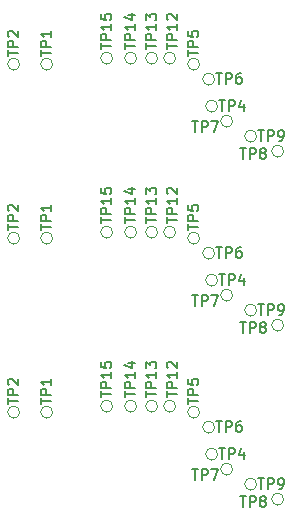
<source format=gbr>
G04 #@! TF.GenerationSoftware,KiCad,Pcbnew,(5.1.7)-1*
G04 #@! TF.CreationDate,2020-12-05T21:57:18-08:00*
G04 #@! TF.ProjectId,DellAdapter_3.1_PanelX3,44656c6c-4164-4617-9074-65725f332e31,rev?*
G04 #@! TF.SameCoordinates,Original*
G04 #@! TF.FileFunction,Legend,Top*
G04 #@! TF.FilePolarity,Positive*
%FSLAX46Y46*%
G04 Gerber Fmt 4.6, Leading zero omitted, Abs format (unit mm)*
G04 Created by KiCad (PCBNEW (5.1.7)-1) date 2020-12-05 21:57:18*
%MOMM*%
%LPD*%
G01*
G04 APERTURE LIST*
%ADD10C,0.120000*%
%ADD11C,0.127000*%
G04 APERTURE END LIST*
D10*
X169164000Y-107188000D02*
G75*
G03*
X169164000Y-107188000I-508000J0D01*
G01*
X167386000Y-107188000D02*
G75*
G03*
X167386000Y-107188000I-508000J0D01*
G01*
X172720000Y-107696000D02*
G75*
G03*
X172720000Y-107696000I-508000J0D01*
G01*
X160274000Y-107696000D02*
G75*
G03*
X160274000Y-107696000I-508000J0D01*
G01*
X179832000Y-115062000D02*
G75*
G03*
X179832000Y-115062000I-508000J0D01*
G01*
X173990000Y-108966000D02*
G75*
G03*
X173990000Y-108966000I-508000J0D01*
G01*
X170688000Y-107188000D02*
G75*
G03*
X170688000Y-107188000I-508000J0D01*
G01*
X177546000Y-113792000D02*
G75*
G03*
X177546000Y-113792000I-508000J0D01*
G01*
X157480000Y-107696000D02*
G75*
G03*
X157480000Y-107696000I-508000J0D01*
G01*
X175514000Y-112522000D02*
G75*
G03*
X175514000Y-112522000I-508000J0D01*
G01*
X165354000Y-107188000D02*
G75*
G03*
X165354000Y-107188000I-508000J0D01*
G01*
X174244000Y-111252000D02*
G75*
G03*
X174244000Y-111252000I-508000J0D01*
G01*
X169164000Y-92456000D02*
G75*
G03*
X169164000Y-92456000I-508000J0D01*
G01*
X165354000Y-92456000D02*
G75*
G03*
X165354000Y-92456000I-508000J0D01*
G01*
X167386000Y-92456000D02*
G75*
G03*
X167386000Y-92456000I-508000J0D01*
G01*
X172720000Y-92964000D02*
G75*
G03*
X172720000Y-92964000I-508000J0D01*
G01*
X160274000Y-92964000D02*
G75*
G03*
X160274000Y-92964000I-508000J0D01*
G01*
X177546000Y-99060000D02*
G75*
G03*
X177546000Y-99060000I-508000J0D01*
G01*
X174244000Y-96520000D02*
G75*
G03*
X174244000Y-96520000I-508000J0D01*
G01*
X157480000Y-92964000D02*
G75*
G03*
X157480000Y-92964000I-508000J0D01*
G01*
X179832000Y-100330000D02*
G75*
G03*
X179832000Y-100330000I-508000J0D01*
G01*
X175514000Y-97790000D02*
G75*
G03*
X175514000Y-97790000I-508000J0D01*
G01*
X173990000Y-94234000D02*
G75*
G03*
X173990000Y-94234000I-508000J0D01*
G01*
X170688000Y-92456000D02*
G75*
G03*
X170688000Y-92456000I-508000J0D01*
G01*
X160274000Y-78232000D02*
G75*
G03*
X160274000Y-78232000I-508000J0D01*
G01*
X157480000Y-78232000D02*
G75*
G03*
X157480000Y-78232000I-508000J0D01*
G01*
X174244000Y-81788000D02*
G75*
G03*
X174244000Y-81788000I-508000J0D01*
G01*
X172720000Y-78232000D02*
G75*
G03*
X172720000Y-78232000I-508000J0D01*
G01*
X173990000Y-79502000D02*
G75*
G03*
X173990000Y-79502000I-508000J0D01*
G01*
X175514000Y-83058000D02*
G75*
G03*
X175514000Y-83058000I-508000J0D01*
G01*
X179832000Y-85598000D02*
G75*
G03*
X179832000Y-85598000I-508000J0D01*
G01*
X177546000Y-84328000D02*
G75*
G03*
X177546000Y-84328000I-508000J0D01*
G01*
X170688000Y-77724000D02*
G75*
G03*
X170688000Y-77724000I-508000J0D01*
G01*
X169164000Y-77724000D02*
G75*
G03*
X169164000Y-77724000I-508000J0D01*
G01*
X167386000Y-77724000D02*
G75*
G03*
X167386000Y-77724000I-508000J0D01*
G01*
X165354000Y-77724000D02*
G75*
G03*
X165354000Y-77724000I-508000J0D01*
G01*
D11*
X168169166Y-106447166D02*
X168169166Y-105939166D01*
X169058166Y-106193166D02*
X168169166Y-106193166D01*
X169058166Y-105642833D02*
X168169166Y-105642833D01*
X168169166Y-105304166D01*
X168211500Y-105219500D01*
X168253833Y-105177166D01*
X168338500Y-105134833D01*
X168465500Y-105134833D01*
X168550166Y-105177166D01*
X168592500Y-105219500D01*
X168634833Y-105304166D01*
X168634833Y-105642833D01*
X169058166Y-104288166D02*
X169058166Y-104796166D01*
X169058166Y-104542166D02*
X168169166Y-104542166D01*
X168296166Y-104626833D01*
X168380833Y-104711500D01*
X168423166Y-104796166D01*
X168169166Y-103991833D02*
X168169166Y-103441500D01*
X168507833Y-103737833D01*
X168507833Y-103610833D01*
X168550166Y-103526166D01*
X168592500Y-103483833D01*
X168677166Y-103441500D01*
X168888833Y-103441500D01*
X168973500Y-103483833D01*
X169015833Y-103526166D01*
X169058166Y-103610833D01*
X169058166Y-103864833D01*
X169015833Y-103949500D01*
X168973500Y-103991833D01*
X166391166Y-106447166D02*
X166391166Y-105939166D01*
X167280166Y-106193166D02*
X166391166Y-106193166D01*
X167280166Y-105642833D02*
X166391166Y-105642833D01*
X166391166Y-105304166D01*
X166433500Y-105219500D01*
X166475833Y-105177166D01*
X166560500Y-105134833D01*
X166687500Y-105134833D01*
X166772166Y-105177166D01*
X166814500Y-105219500D01*
X166856833Y-105304166D01*
X166856833Y-105642833D01*
X167280166Y-104288166D02*
X167280166Y-104796166D01*
X167280166Y-104542166D02*
X166391166Y-104542166D01*
X166518166Y-104626833D01*
X166602833Y-104711500D01*
X166645166Y-104796166D01*
X166687500Y-103526166D02*
X167280166Y-103526166D01*
X166348833Y-103737833D02*
X166983833Y-103949500D01*
X166983833Y-103399166D01*
X171725166Y-107039833D02*
X171725166Y-106531833D01*
X172614166Y-106785833D02*
X171725166Y-106785833D01*
X172614166Y-106235500D02*
X171725166Y-106235500D01*
X171725166Y-105896833D01*
X171767500Y-105812166D01*
X171809833Y-105769833D01*
X171894500Y-105727500D01*
X172021500Y-105727500D01*
X172106166Y-105769833D01*
X172148500Y-105812166D01*
X172190833Y-105896833D01*
X172190833Y-106235500D01*
X171725166Y-104923166D02*
X171725166Y-105346500D01*
X172148500Y-105388833D01*
X172106166Y-105346500D01*
X172063833Y-105261833D01*
X172063833Y-105050166D01*
X172106166Y-104965500D01*
X172148500Y-104923166D01*
X172233166Y-104880833D01*
X172444833Y-104880833D01*
X172529500Y-104923166D01*
X172571833Y-104965500D01*
X172614166Y-105050166D01*
X172614166Y-105261833D01*
X172571833Y-105346500D01*
X172529500Y-105388833D01*
X159279166Y-107039833D02*
X159279166Y-106531833D01*
X160168166Y-106785833D02*
X159279166Y-106785833D01*
X160168166Y-106235500D02*
X159279166Y-106235500D01*
X159279166Y-105896833D01*
X159321500Y-105812166D01*
X159363833Y-105769833D01*
X159448500Y-105727500D01*
X159575500Y-105727500D01*
X159660166Y-105769833D01*
X159702500Y-105812166D01*
X159744833Y-105896833D01*
X159744833Y-106235500D01*
X160168166Y-104880833D02*
X160168166Y-105388833D01*
X160168166Y-105134833D02*
X159279166Y-105134833D01*
X159406166Y-105219500D01*
X159490833Y-105304166D01*
X159533166Y-105388833D01*
X176170166Y-114829166D02*
X176678166Y-114829166D01*
X176424166Y-115718166D02*
X176424166Y-114829166D01*
X176974500Y-115718166D02*
X176974500Y-114829166D01*
X177313166Y-114829166D01*
X177397833Y-114871500D01*
X177440166Y-114913833D01*
X177482500Y-114998500D01*
X177482500Y-115125500D01*
X177440166Y-115210166D01*
X177397833Y-115252500D01*
X177313166Y-115294833D01*
X176974500Y-115294833D01*
X177990500Y-115210166D02*
X177905833Y-115167833D01*
X177863500Y-115125500D01*
X177821166Y-115040833D01*
X177821166Y-114998500D01*
X177863500Y-114913833D01*
X177905833Y-114871500D01*
X177990500Y-114829166D01*
X178159833Y-114829166D01*
X178244500Y-114871500D01*
X178286833Y-114913833D01*
X178329166Y-114998500D01*
X178329166Y-115040833D01*
X178286833Y-115125500D01*
X178244500Y-115167833D01*
X178159833Y-115210166D01*
X177990500Y-115210166D01*
X177905833Y-115252500D01*
X177863500Y-115294833D01*
X177821166Y-115379500D01*
X177821166Y-115548833D01*
X177863500Y-115633500D01*
X177905833Y-115675833D01*
X177990500Y-115718166D01*
X178159833Y-115718166D01*
X178244500Y-115675833D01*
X178286833Y-115633500D01*
X178329166Y-115548833D01*
X178329166Y-115379500D01*
X178286833Y-115294833D01*
X178244500Y-115252500D01*
X178159833Y-115210166D01*
X174138166Y-108479166D02*
X174646166Y-108479166D01*
X174392166Y-109368166D02*
X174392166Y-108479166D01*
X174942500Y-109368166D02*
X174942500Y-108479166D01*
X175281166Y-108479166D01*
X175365833Y-108521500D01*
X175408166Y-108563833D01*
X175450500Y-108648500D01*
X175450500Y-108775500D01*
X175408166Y-108860166D01*
X175365833Y-108902500D01*
X175281166Y-108944833D01*
X174942500Y-108944833D01*
X176212500Y-108479166D02*
X176043166Y-108479166D01*
X175958500Y-108521500D01*
X175916166Y-108563833D01*
X175831500Y-108690833D01*
X175789166Y-108860166D01*
X175789166Y-109198833D01*
X175831500Y-109283500D01*
X175873833Y-109325833D01*
X175958500Y-109368166D01*
X176127833Y-109368166D01*
X176212500Y-109325833D01*
X176254833Y-109283500D01*
X176297166Y-109198833D01*
X176297166Y-108987166D01*
X176254833Y-108902500D01*
X176212500Y-108860166D01*
X176127833Y-108817833D01*
X175958500Y-108817833D01*
X175873833Y-108860166D01*
X175831500Y-108902500D01*
X175789166Y-108987166D01*
X169947166Y-106447166D02*
X169947166Y-105939166D01*
X170836166Y-106193166D02*
X169947166Y-106193166D01*
X170836166Y-105642833D02*
X169947166Y-105642833D01*
X169947166Y-105304166D01*
X169989500Y-105219500D01*
X170031833Y-105177166D01*
X170116500Y-105134833D01*
X170243500Y-105134833D01*
X170328166Y-105177166D01*
X170370500Y-105219500D01*
X170412833Y-105304166D01*
X170412833Y-105642833D01*
X170836166Y-104288166D02*
X170836166Y-104796166D01*
X170836166Y-104542166D02*
X169947166Y-104542166D01*
X170074166Y-104626833D01*
X170158833Y-104711500D01*
X170201166Y-104796166D01*
X170031833Y-103949500D02*
X169989500Y-103907166D01*
X169947166Y-103822500D01*
X169947166Y-103610833D01*
X169989500Y-103526166D01*
X170031833Y-103483833D01*
X170116500Y-103441500D01*
X170201166Y-103441500D01*
X170328166Y-103483833D01*
X170836166Y-103991833D01*
X170836166Y-103441500D01*
X177694166Y-113305166D02*
X178202166Y-113305166D01*
X177948166Y-114194166D02*
X177948166Y-113305166D01*
X178498500Y-114194166D02*
X178498500Y-113305166D01*
X178837166Y-113305166D01*
X178921833Y-113347500D01*
X178964166Y-113389833D01*
X179006500Y-113474500D01*
X179006500Y-113601500D01*
X178964166Y-113686166D01*
X178921833Y-113728500D01*
X178837166Y-113770833D01*
X178498500Y-113770833D01*
X179429833Y-114194166D02*
X179599166Y-114194166D01*
X179683833Y-114151833D01*
X179726166Y-114109500D01*
X179810833Y-113982500D01*
X179853166Y-113813166D01*
X179853166Y-113474500D01*
X179810833Y-113389833D01*
X179768500Y-113347500D01*
X179683833Y-113305166D01*
X179514500Y-113305166D01*
X179429833Y-113347500D01*
X179387500Y-113389833D01*
X179345166Y-113474500D01*
X179345166Y-113686166D01*
X179387500Y-113770833D01*
X179429833Y-113813166D01*
X179514500Y-113855500D01*
X179683833Y-113855500D01*
X179768500Y-113813166D01*
X179810833Y-113770833D01*
X179853166Y-113686166D01*
X156485166Y-107039833D02*
X156485166Y-106531833D01*
X157374166Y-106785833D02*
X156485166Y-106785833D01*
X157374166Y-106235500D02*
X156485166Y-106235500D01*
X156485166Y-105896833D01*
X156527500Y-105812166D01*
X156569833Y-105769833D01*
X156654500Y-105727500D01*
X156781500Y-105727500D01*
X156866166Y-105769833D01*
X156908500Y-105812166D01*
X156950833Y-105896833D01*
X156950833Y-106235500D01*
X156569833Y-105388833D02*
X156527500Y-105346500D01*
X156485166Y-105261833D01*
X156485166Y-105050166D01*
X156527500Y-104965500D01*
X156569833Y-104923166D01*
X156654500Y-104880833D01*
X156739166Y-104880833D01*
X156866166Y-104923166D01*
X157374166Y-105431166D01*
X157374166Y-104880833D01*
X172106166Y-112543166D02*
X172614166Y-112543166D01*
X172360166Y-113432166D02*
X172360166Y-112543166D01*
X172910500Y-113432166D02*
X172910500Y-112543166D01*
X173249166Y-112543166D01*
X173333833Y-112585500D01*
X173376166Y-112627833D01*
X173418500Y-112712500D01*
X173418500Y-112839500D01*
X173376166Y-112924166D01*
X173333833Y-112966500D01*
X173249166Y-113008833D01*
X172910500Y-113008833D01*
X173714833Y-112543166D02*
X174307500Y-112543166D01*
X173926500Y-113432166D01*
X164359166Y-106447166D02*
X164359166Y-105939166D01*
X165248166Y-106193166D02*
X164359166Y-106193166D01*
X165248166Y-105642833D02*
X164359166Y-105642833D01*
X164359166Y-105304166D01*
X164401500Y-105219500D01*
X164443833Y-105177166D01*
X164528500Y-105134833D01*
X164655500Y-105134833D01*
X164740166Y-105177166D01*
X164782500Y-105219500D01*
X164824833Y-105304166D01*
X164824833Y-105642833D01*
X165248166Y-104288166D02*
X165248166Y-104796166D01*
X165248166Y-104542166D02*
X164359166Y-104542166D01*
X164486166Y-104626833D01*
X164570833Y-104711500D01*
X164613166Y-104796166D01*
X164359166Y-103483833D02*
X164359166Y-103907166D01*
X164782500Y-103949500D01*
X164740166Y-103907166D01*
X164697833Y-103822500D01*
X164697833Y-103610833D01*
X164740166Y-103526166D01*
X164782500Y-103483833D01*
X164867166Y-103441500D01*
X165078833Y-103441500D01*
X165163500Y-103483833D01*
X165205833Y-103526166D01*
X165248166Y-103610833D01*
X165248166Y-103822500D01*
X165205833Y-103907166D01*
X165163500Y-103949500D01*
X174392166Y-110765166D02*
X174900166Y-110765166D01*
X174646166Y-111654166D02*
X174646166Y-110765166D01*
X175196500Y-111654166D02*
X175196500Y-110765166D01*
X175535166Y-110765166D01*
X175619833Y-110807500D01*
X175662166Y-110849833D01*
X175704500Y-110934500D01*
X175704500Y-111061500D01*
X175662166Y-111146166D01*
X175619833Y-111188500D01*
X175535166Y-111230833D01*
X175196500Y-111230833D01*
X176466500Y-111061500D02*
X176466500Y-111654166D01*
X176254833Y-110722833D02*
X176043166Y-111357833D01*
X176593500Y-111357833D01*
X168169166Y-91715166D02*
X168169166Y-91207166D01*
X169058166Y-91461166D02*
X168169166Y-91461166D01*
X169058166Y-90910833D02*
X168169166Y-90910833D01*
X168169166Y-90572166D01*
X168211500Y-90487500D01*
X168253833Y-90445166D01*
X168338500Y-90402833D01*
X168465500Y-90402833D01*
X168550166Y-90445166D01*
X168592500Y-90487500D01*
X168634833Y-90572166D01*
X168634833Y-90910833D01*
X169058166Y-89556166D02*
X169058166Y-90064166D01*
X169058166Y-89810166D02*
X168169166Y-89810166D01*
X168296166Y-89894833D01*
X168380833Y-89979500D01*
X168423166Y-90064166D01*
X168169166Y-89259833D02*
X168169166Y-88709500D01*
X168507833Y-89005833D01*
X168507833Y-88878833D01*
X168550166Y-88794166D01*
X168592500Y-88751833D01*
X168677166Y-88709500D01*
X168888833Y-88709500D01*
X168973500Y-88751833D01*
X169015833Y-88794166D01*
X169058166Y-88878833D01*
X169058166Y-89132833D01*
X169015833Y-89217500D01*
X168973500Y-89259833D01*
X164359166Y-91715166D02*
X164359166Y-91207166D01*
X165248166Y-91461166D02*
X164359166Y-91461166D01*
X165248166Y-90910833D02*
X164359166Y-90910833D01*
X164359166Y-90572166D01*
X164401500Y-90487500D01*
X164443833Y-90445166D01*
X164528500Y-90402833D01*
X164655500Y-90402833D01*
X164740166Y-90445166D01*
X164782500Y-90487500D01*
X164824833Y-90572166D01*
X164824833Y-90910833D01*
X165248166Y-89556166D02*
X165248166Y-90064166D01*
X165248166Y-89810166D02*
X164359166Y-89810166D01*
X164486166Y-89894833D01*
X164570833Y-89979500D01*
X164613166Y-90064166D01*
X164359166Y-88751833D02*
X164359166Y-89175166D01*
X164782500Y-89217500D01*
X164740166Y-89175166D01*
X164697833Y-89090500D01*
X164697833Y-88878833D01*
X164740166Y-88794166D01*
X164782500Y-88751833D01*
X164867166Y-88709500D01*
X165078833Y-88709500D01*
X165163500Y-88751833D01*
X165205833Y-88794166D01*
X165248166Y-88878833D01*
X165248166Y-89090500D01*
X165205833Y-89175166D01*
X165163500Y-89217500D01*
X166391166Y-91715166D02*
X166391166Y-91207166D01*
X167280166Y-91461166D02*
X166391166Y-91461166D01*
X167280166Y-90910833D02*
X166391166Y-90910833D01*
X166391166Y-90572166D01*
X166433500Y-90487500D01*
X166475833Y-90445166D01*
X166560500Y-90402833D01*
X166687500Y-90402833D01*
X166772166Y-90445166D01*
X166814500Y-90487500D01*
X166856833Y-90572166D01*
X166856833Y-90910833D01*
X167280166Y-89556166D02*
X167280166Y-90064166D01*
X167280166Y-89810166D02*
X166391166Y-89810166D01*
X166518166Y-89894833D01*
X166602833Y-89979500D01*
X166645166Y-90064166D01*
X166687500Y-88794166D02*
X167280166Y-88794166D01*
X166348833Y-89005833D02*
X166983833Y-89217500D01*
X166983833Y-88667166D01*
X171725166Y-92307833D02*
X171725166Y-91799833D01*
X172614166Y-92053833D02*
X171725166Y-92053833D01*
X172614166Y-91503500D02*
X171725166Y-91503500D01*
X171725166Y-91164833D01*
X171767500Y-91080166D01*
X171809833Y-91037833D01*
X171894500Y-90995500D01*
X172021500Y-90995500D01*
X172106166Y-91037833D01*
X172148500Y-91080166D01*
X172190833Y-91164833D01*
X172190833Y-91503500D01*
X171725166Y-90191166D02*
X171725166Y-90614500D01*
X172148500Y-90656833D01*
X172106166Y-90614500D01*
X172063833Y-90529833D01*
X172063833Y-90318166D01*
X172106166Y-90233500D01*
X172148500Y-90191166D01*
X172233166Y-90148833D01*
X172444833Y-90148833D01*
X172529500Y-90191166D01*
X172571833Y-90233500D01*
X172614166Y-90318166D01*
X172614166Y-90529833D01*
X172571833Y-90614500D01*
X172529500Y-90656833D01*
X159279166Y-92307833D02*
X159279166Y-91799833D01*
X160168166Y-92053833D02*
X159279166Y-92053833D01*
X160168166Y-91503500D02*
X159279166Y-91503500D01*
X159279166Y-91164833D01*
X159321500Y-91080166D01*
X159363833Y-91037833D01*
X159448500Y-90995500D01*
X159575500Y-90995500D01*
X159660166Y-91037833D01*
X159702500Y-91080166D01*
X159744833Y-91164833D01*
X159744833Y-91503500D01*
X160168166Y-90148833D02*
X160168166Y-90656833D01*
X160168166Y-90402833D02*
X159279166Y-90402833D01*
X159406166Y-90487500D01*
X159490833Y-90572166D01*
X159533166Y-90656833D01*
X177694166Y-98573166D02*
X178202166Y-98573166D01*
X177948166Y-99462166D02*
X177948166Y-98573166D01*
X178498500Y-99462166D02*
X178498500Y-98573166D01*
X178837166Y-98573166D01*
X178921833Y-98615500D01*
X178964166Y-98657833D01*
X179006500Y-98742500D01*
X179006500Y-98869500D01*
X178964166Y-98954166D01*
X178921833Y-98996500D01*
X178837166Y-99038833D01*
X178498500Y-99038833D01*
X179429833Y-99462166D02*
X179599166Y-99462166D01*
X179683833Y-99419833D01*
X179726166Y-99377500D01*
X179810833Y-99250500D01*
X179853166Y-99081166D01*
X179853166Y-98742500D01*
X179810833Y-98657833D01*
X179768500Y-98615500D01*
X179683833Y-98573166D01*
X179514500Y-98573166D01*
X179429833Y-98615500D01*
X179387500Y-98657833D01*
X179345166Y-98742500D01*
X179345166Y-98954166D01*
X179387500Y-99038833D01*
X179429833Y-99081166D01*
X179514500Y-99123500D01*
X179683833Y-99123500D01*
X179768500Y-99081166D01*
X179810833Y-99038833D01*
X179853166Y-98954166D01*
X174392166Y-96033166D02*
X174900166Y-96033166D01*
X174646166Y-96922166D02*
X174646166Y-96033166D01*
X175196500Y-96922166D02*
X175196500Y-96033166D01*
X175535166Y-96033166D01*
X175619833Y-96075500D01*
X175662166Y-96117833D01*
X175704500Y-96202500D01*
X175704500Y-96329500D01*
X175662166Y-96414166D01*
X175619833Y-96456500D01*
X175535166Y-96498833D01*
X175196500Y-96498833D01*
X176466500Y-96329500D02*
X176466500Y-96922166D01*
X176254833Y-95990833D02*
X176043166Y-96625833D01*
X176593500Y-96625833D01*
X156485166Y-92307833D02*
X156485166Y-91799833D01*
X157374166Y-92053833D02*
X156485166Y-92053833D01*
X157374166Y-91503500D02*
X156485166Y-91503500D01*
X156485166Y-91164833D01*
X156527500Y-91080166D01*
X156569833Y-91037833D01*
X156654500Y-90995500D01*
X156781500Y-90995500D01*
X156866166Y-91037833D01*
X156908500Y-91080166D01*
X156950833Y-91164833D01*
X156950833Y-91503500D01*
X156569833Y-90656833D02*
X156527500Y-90614500D01*
X156485166Y-90529833D01*
X156485166Y-90318166D01*
X156527500Y-90233500D01*
X156569833Y-90191166D01*
X156654500Y-90148833D01*
X156739166Y-90148833D01*
X156866166Y-90191166D01*
X157374166Y-90699166D01*
X157374166Y-90148833D01*
X176170166Y-100097166D02*
X176678166Y-100097166D01*
X176424166Y-100986166D02*
X176424166Y-100097166D01*
X176974500Y-100986166D02*
X176974500Y-100097166D01*
X177313166Y-100097166D01*
X177397833Y-100139500D01*
X177440166Y-100181833D01*
X177482500Y-100266500D01*
X177482500Y-100393500D01*
X177440166Y-100478166D01*
X177397833Y-100520500D01*
X177313166Y-100562833D01*
X176974500Y-100562833D01*
X177990500Y-100478166D02*
X177905833Y-100435833D01*
X177863500Y-100393500D01*
X177821166Y-100308833D01*
X177821166Y-100266500D01*
X177863500Y-100181833D01*
X177905833Y-100139500D01*
X177990500Y-100097166D01*
X178159833Y-100097166D01*
X178244500Y-100139500D01*
X178286833Y-100181833D01*
X178329166Y-100266500D01*
X178329166Y-100308833D01*
X178286833Y-100393500D01*
X178244500Y-100435833D01*
X178159833Y-100478166D01*
X177990500Y-100478166D01*
X177905833Y-100520500D01*
X177863500Y-100562833D01*
X177821166Y-100647500D01*
X177821166Y-100816833D01*
X177863500Y-100901500D01*
X177905833Y-100943833D01*
X177990500Y-100986166D01*
X178159833Y-100986166D01*
X178244500Y-100943833D01*
X178286833Y-100901500D01*
X178329166Y-100816833D01*
X178329166Y-100647500D01*
X178286833Y-100562833D01*
X178244500Y-100520500D01*
X178159833Y-100478166D01*
X172106166Y-97811166D02*
X172614166Y-97811166D01*
X172360166Y-98700166D02*
X172360166Y-97811166D01*
X172910500Y-98700166D02*
X172910500Y-97811166D01*
X173249166Y-97811166D01*
X173333833Y-97853500D01*
X173376166Y-97895833D01*
X173418500Y-97980500D01*
X173418500Y-98107500D01*
X173376166Y-98192166D01*
X173333833Y-98234500D01*
X173249166Y-98276833D01*
X172910500Y-98276833D01*
X173714833Y-97811166D02*
X174307500Y-97811166D01*
X173926500Y-98700166D01*
X174138166Y-93747166D02*
X174646166Y-93747166D01*
X174392166Y-94636166D02*
X174392166Y-93747166D01*
X174942500Y-94636166D02*
X174942500Y-93747166D01*
X175281166Y-93747166D01*
X175365833Y-93789500D01*
X175408166Y-93831833D01*
X175450500Y-93916500D01*
X175450500Y-94043500D01*
X175408166Y-94128166D01*
X175365833Y-94170500D01*
X175281166Y-94212833D01*
X174942500Y-94212833D01*
X176212500Y-93747166D02*
X176043166Y-93747166D01*
X175958500Y-93789500D01*
X175916166Y-93831833D01*
X175831500Y-93958833D01*
X175789166Y-94128166D01*
X175789166Y-94466833D01*
X175831500Y-94551500D01*
X175873833Y-94593833D01*
X175958500Y-94636166D01*
X176127833Y-94636166D01*
X176212500Y-94593833D01*
X176254833Y-94551500D01*
X176297166Y-94466833D01*
X176297166Y-94255166D01*
X176254833Y-94170500D01*
X176212500Y-94128166D01*
X176127833Y-94085833D01*
X175958500Y-94085833D01*
X175873833Y-94128166D01*
X175831500Y-94170500D01*
X175789166Y-94255166D01*
X169947166Y-91715166D02*
X169947166Y-91207166D01*
X170836166Y-91461166D02*
X169947166Y-91461166D01*
X170836166Y-90910833D02*
X169947166Y-90910833D01*
X169947166Y-90572166D01*
X169989500Y-90487500D01*
X170031833Y-90445166D01*
X170116500Y-90402833D01*
X170243500Y-90402833D01*
X170328166Y-90445166D01*
X170370500Y-90487500D01*
X170412833Y-90572166D01*
X170412833Y-90910833D01*
X170836166Y-89556166D02*
X170836166Y-90064166D01*
X170836166Y-89810166D02*
X169947166Y-89810166D01*
X170074166Y-89894833D01*
X170158833Y-89979500D01*
X170201166Y-90064166D01*
X170031833Y-89217500D02*
X169989500Y-89175166D01*
X169947166Y-89090500D01*
X169947166Y-88878833D01*
X169989500Y-88794166D01*
X170031833Y-88751833D01*
X170116500Y-88709500D01*
X170201166Y-88709500D01*
X170328166Y-88751833D01*
X170836166Y-89259833D01*
X170836166Y-88709500D01*
X159279166Y-77575833D02*
X159279166Y-77067833D01*
X160168166Y-77321833D02*
X159279166Y-77321833D01*
X160168166Y-76771500D02*
X159279166Y-76771500D01*
X159279166Y-76432833D01*
X159321500Y-76348166D01*
X159363833Y-76305833D01*
X159448500Y-76263500D01*
X159575500Y-76263500D01*
X159660166Y-76305833D01*
X159702500Y-76348166D01*
X159744833Y-76432833D01*
X159744833Y-76771500D01*
X160168166Y-75416833D02*
X160168166Y-75924833D01*
X160168166Y-75670833D02*
X159279166Y-75670833D01*
X159406166Y-75755500D01*
X159490833Y-75840166D01*
X159533166Y-75924833D01*
X156485166Y-77575833D02*
X156485166Y-77067833D01*
X157374166Y-77321833D02*
X156485166Y-77321833D01*
X157374166Y-76771500D02*
X156485166Y-76771500D01*
X156485166Y-76432833D01*
X156527500Y-76348166D01*
X156569833Y-76305833D01*
X156654500Y-76263500D01*
X156781500Y-76263500D01*
X156866166Y-76305833D01*
X156908500Y-76348166D01*
X156950833Y-76432833D01*
X156950833Y-76771500D01*
X156569833Y-75924833D02*
X156527500Y-75882500D01*
X156485166Y-75797833D01*
X156485166Y-75586166D01*
X156527500Y-75501500D01*
X156569833Y-75459166D01*
X156654500Y-75416833D01*
X156739166Y-75416833D01*
X156866166Y-75459166D01*
X157374166Y-75967166D01*
X157374166Y-75416833D01*
X174392166Y-81301166D02*
X174900166Y-81301166D01*
X174646166Y-82190166D02*
X174646166Y-81301166D01*
X175196500Y-82190166D02*
X175196500Y-81301166D01*
X175535166Y-81301166D01*
X175619833Y-81343500D01*
X175662166Y-81385833D01*
X175704500Y-81470500D01*
X175704500Y-81597500D01*
X175662166Y-81682166D01*
X175619833Y-81724500D01*
X175535166Y-81766833D01*
X175196500Y-81766833D01*
X176466500Y-81597500D02*
X176466500Y-82190166D01*
X176254833Y-81258833D02*
X176043166Y-81893833D01*
X176593500Y-81893833D01*
X171725166Y-77575833D02*
X171725166Y-77067833D01*
X172614166Y-77321833D02*
X171725166Y-77321833D01*
X172614166Y-76771500D02*
X171725166Y-76771500D01*
X171725166Y-76432833D01*
X171767500Y-76348166D01*
X171809833Y-76305833D01*
X171894500Y-76263500D01*
X172021500Y-76263500D01*
X172106166Y-76305833D01*
X172148500Y-76348166D01*
X172190833Y-76432833D01*
X172190833Y-76771500D01*
X171725166Y-75459166D02*
X171725166Y-75882500D01*
X172148500Y-75924833D01*
X172106166Y-75882500D01*
X172063833Y-75797833D01*
X172063833Y-75586166D01*
X172106166Y-75501500D01*
X172148500Y-75459166D01*
X172233166Y-75416833D01*
X172444833Y-75416833D01*
X172529500Y-75459166D01*
X172571833Y-75501500D01*
X172614166Y-75586166D01*
X172614166Y-75797833D01*
X172571833Y-75882500D01*
X172529500Y-75924833D01*
X174138166Y-79015166D02*
X174646166Y-79015166D01*
X174392166Y-79904166D02*
X174392166Y-79015166D01*
X174942500Y-79904166D02*
X174942500Y-79015166D01*
X175281166Y-79015166D01*
X175365833Y-79057500D01*
X175408166Y-79099833D01*
X175450500Y-79184500D01*
X175450500Y-79311500D01*
X175408166Y-79396166D01*
X175365833Y-79438500D01*
X175281166Y-79480833D01*
X174942500Y-79480833D01*
X176212500Y-79015166D02*
X176043166Y-79015166D01*
X175958500Y-79057500D01*
X175916166Y-79099833D01*
X175831500Y-79226833D01*
X175789166Y-79396166D01*
X175789166Y-79734833D01*
X175831500Y-79819500D01*
X175873833Y-79861833D01*
X175958500Y-79904166D01*
X176127833Y-79904166D01*
X176212500Y-79861833D01*
X176254833Y-79819500D01*
X176297166Y-79734833D01*
X176297166Y-79523166D01*
X176254833Y-79438500D01*
X176212500Y-79396166D01*
X176127833Y-79353833D01*
X175958500Y-79353833D01*
X175873833Y-79396166D01*
X175831500Y-79438500D01*
X175789166Y-79523166D01*
X172106166Y-83079166D02*
X172614166Y-83079166D01*
X172360166Y-83968166D02*
X172360166Y-83079166D01*
X172910500Y-83968166D02*
X172910500Y-83079166D01*
X173249166Y-83079166D01*
X173333833Y-83121500D01*
X173376166Y-83163833D01*
X173418500Y-83248500D01*
X173418500Y-83375500D01*
X173376166Y-83460166D01*
X173333833Y-83502500D01*
X173249166Y-83544833D01*
X172910500Y-83544833D01*
X173714833Y-83079166D02*
X174307500Y-83079166D01*
X173926500Y-83968166D01*
X176170166Y-85365166D02*
X176678166Y-85365166D01*
X176424166Y-86254166D02*
X176424166Y-85365166D01*
X176974500Y-86254166D02*
X176974500Y-85365166D01*
X177313166Y-85365166D01*
X177397833Y-85407500D01*
X177440166Y-85449833D01*
X177482500Y-85534500D01*
X177482500Y-85661500D01*
X177440166Y-85746166D01*
X177397833Y-85788500D01*
X177313166Y-85830833D01*
X176974500Y-85830833D01*
X177990500Y-85746166D02*
X177905833Y-85703833D01*
X177863500Y-85661500D01*
X177821166Y-85576833D01*
X177821166Y-85534500D01*
X177863500Y-85449833D01*
X177905833Y-85407500D01*
X177990500Y-85365166D01*
X178159833Y-85365166D01*
X178244500Y-85407500D01*
X178286833Y-85449833D01*
X178329166Y-85534500D01*
X178329166Y-85576833D01*
X178286833Y-85661500D01*
X178244500Y-85703833D01*
X178159833Y-85746166D01*
X177990500Y-85746166D01*
X177905833Y-85788500D01*
X177863500Y-85830833D01*
X177821166Y-85915500D01*
X177821166Y-86084833D01*
X177863500Y-86169500D01*
X177905833Y-86211833D01*
X177990500Y-86254166D01*
X178159833Y-86254166D01*
X178244500Y-86211833D01*
X178286833Y-86169500D01*
X178329166Y-86084833D01*
X178329166Y-85915500D01*
X178286833Y-85830833D01*
X178244500Y-85788500D01*
X178159833Y-85746166D01*
X177694166Y-83841166D02*
X178202166Y-83841166D01*
X177948166Y-84730166D02*
X177948166Y-83841166D01*
X178498500Y-84730166D02*
X178498500Y-83841166D01*
X178837166Y-83841166D01*
X178921833Y-83883500D01*
X178964166Y-83925833D01*
X179006500Y-84010500D01*
X179006500Y-84137500D01*
X178964166Y-84222166D01*
X178921833Y-84264500D01*
X178837166Y-84306833D01*
X178498500Y-84306833D01*
X179429833Y-84730166D02*
X179599166Y-84730166D01*
X179683833Y-84687833D01*
X179726166Y-84645500D01*
X179810833Y-84518500D01*
X179853166Y-84349166D01*
X179853166Y-84010500D01*
X179810833Y-83925833D01*
X179768500Y-83883500D01*
X179683833Y-83841166D01*
X179514500Y-83841166D01*
X179429833Y-83883500D01*
X179387500Y-83925833D01*
X179345166Y-84010500D01*
X179345166Y-84222166D01*
X179387500Y-84306833D01*
X179429833Y-84349166D01*
X179514500Y-84391500D01*
X179683833Y-84391500D01*
X179768500Y-84349166D01*
X179810833Y-84306833D01*
X179853166Y-84222166D01*
X169947166Y-76983166D02*
X169947166Y-76475166D01*
X170836166Y-76729166D02*
X169947166Y-76729166D01*
X170836166Y-76178833D02*
X169947166Y-76178833D01*
X169947166Y-75840166D01*
X169989500Y-75755500D01*
X170031833Y-75713166D01*
X170116500Y-75670833D01*
X170243500Y-75670833D01*
X170328166Y-75713166D01*
X170370500Y-75755500D01*
X170412833Y-75840166D01*
X170412833Y-76178833D01*
X170836166Y-74824166D02*
X170836166Y-75332166D01*
X170836166Y-75078166D02*
X169947166Y-75078166D01*
X170074166Y-75162833D01*
X170158833Y-75247500D01*
X170201166Y-75332166D01*
X170031833Y-74485500D02*
X169989500Y-74443166D01*
X169947166Y-74358500D01*
X169947166Y-74146833D01*
X169989500Y-74062166D01*
X170031833Y-74019833D01*
X170116500Y-73977500D01*
X170201166Y-73977500D01*
X170328166Y-74019833D01*
X170836166Y-74527833D01*
X170836166Y-73977500D01*
X168169166Y-76983166D02*
X168169166Y-76475166D01*
X169058166Y-76729166D02*
X168169166Y-76729166D01*
X169058166Y-76178833D02*
X168169166Y-76178833D01*
X168169166Y-75840166D01*
X168211500Y-75755500D01*
X168253833Y-75713166D01*
X168338500Y-75670833D01*
X168465500Y-75670833D01*
X168550166Y-75713166D01*
X168592500Y-75755500D01*
X168634833Y-75840166D01*
X168634833Y-76178833D01*
X169058166Y-74824166D02*
X169058166Y-75332166D01*
X169058166Y-75078166D02*
X168169166Y-75078166D01*
X168296166Y-75162833D01*
X168380833Y-75247500D01*
X168423166Y-75332166D01*
X168169166Y-74527833D02*
X168169166Y-73977500D01*
X168507833Y-74273833D01*
X168507833Y-74146833D01*
X168550166Y-74062166D01*
X168592500Y-74019833D01*
X168677166Y-73977500D01*
X168888833Y-73977500D01*
X168973500Y-74019833D01*
X169015833Y-74062166D01*
X169058166Y-74146833D01*
X169058166Y-74400833D01*
X169015833Y-74485500D01*
X168973500Y-74527833D01*
X166391166Y-76983166D02*
X166391166Y-76475166D01*
X167280166Y-76729166D02*
X166391166Y-76729166D01*
X167280166Y-76178833D02*
X166391166Y-76178833D01*
X166391166Y-75840166D01*
X166433500Y-75755500D01*
X166475833Y-75713166D01*
X166560500Y-75670833D01*
X166687500Y-75670833D01*
X166772166Y-75713166D01*
X166814500Y-75755500D01*
X166856833Y-75840166D01*
X166856833Y-76178833D01*
X167280166Y-74824166D02*
X167280166Y-75332166D01*
X167280166Y-75078166D02*
X166391166Y-75078166D01*
X166518166Y-75162833D01*
X166602833Y-75247500D01*
X166645166Y-75332166D01*
X166687500Y-74062166D02*
X167280166Y-74062166D01*
X166348833Y-74273833D02*
X166983833Y-74485500D01*
X166983833Y-73935166D01*
X164359166Y-76983166D02*
X164359166Y-76475166D01*
X165248166Y-76729166D02*
X164359166Y-76729166D01*
X165248166Y-76178833D02*
X164359166Y-76178833D01*
X164359166Y-75840166D01*
X164401500Y-75755500D01*
X164443833Y-75713166D01*
X164528500Y-75670833D01*
X164655500Y-75670833D01*
X164740166Y-75713166D01*
X164782500Y-75755500D01*
X164824833Y-75840166D01*
X164824833Y-76178833D01*
X165248166Y-74824166D02*
X165248166Y-75332166D01*
X165248166Y-75078166D02*
X164359166Y-75078166D01*
X164486166Y-75162833D01*
X164570833Y-75247500D01*
X164613166Y-75332166D01*
X164359166Y-74019833D02*
X164359166Y-74443166D01*
X164782500Y-74485500D01*
X164740166Y-74443166D01*
X164697833Y-74358500D01*
X164697833Y-74146833D01*
X164740166Y-74062166D01*
X164782500Y-74019833D01*
X164867166Y-73977500D01*
X165078833Y-73977500D01*
X165163500Y-74019833D01*
X165205833Y-74062166D01*
X165248166Y-74146833D01*
X165248166Y-74358500D01*
X165205833Y-74443166D01*
X165163500Y-74485500D01*
M02*

</source>
